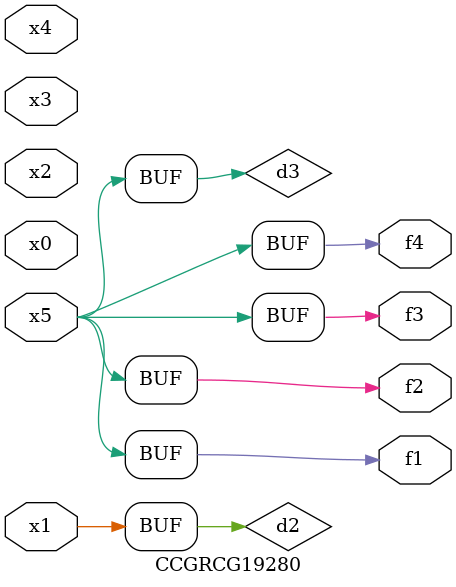
<source format=v>
module CCGRCG19280(
	input x0, x1, x2, x3, x4, x5,
	output f1, f2, f3, f4
);

	wire d1, d2, d3;

	not (d1, x5);
	or (d2, x1);
	xnor (d3, d1);
	assign f1 = d3;
	assign f2 = d3;
	assign f3 = d3;
	assign f4 = d3;
endmodule

</source>
